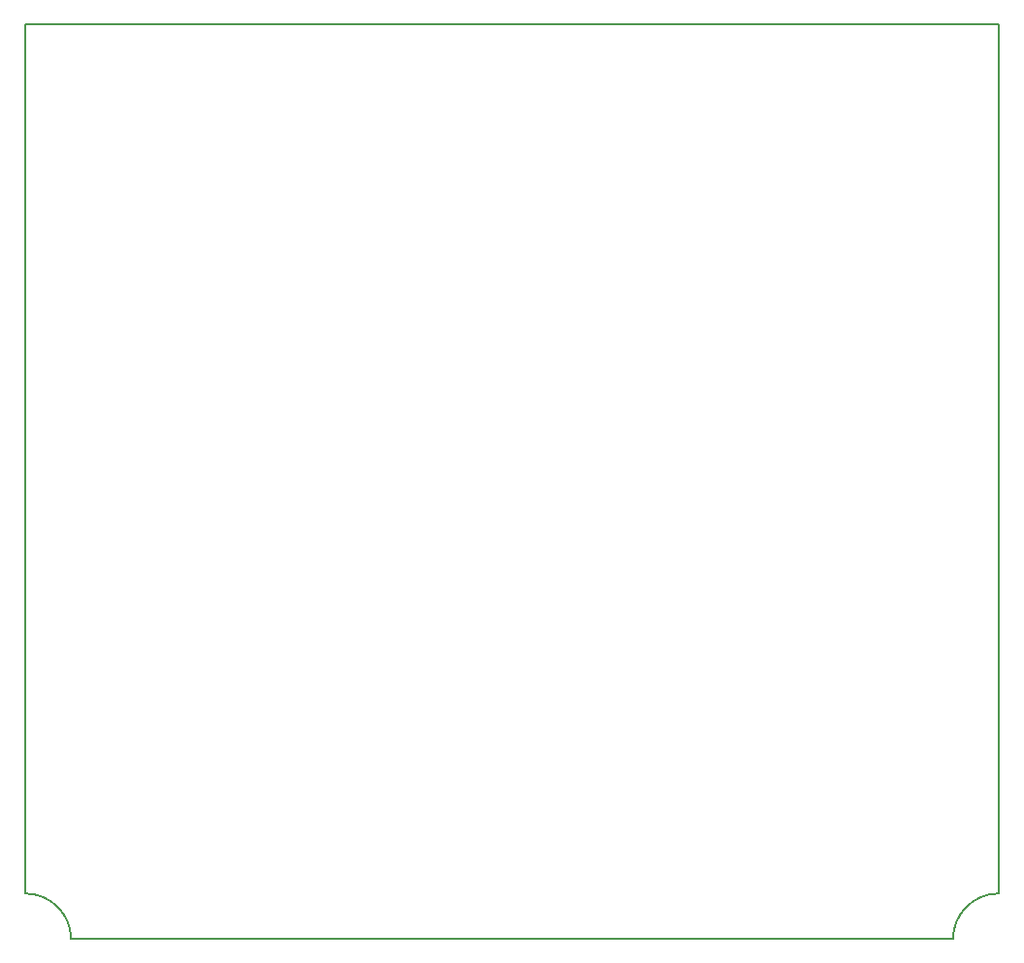
<source format=gbr>
G04 (created by PCBNEW (2013-jul-07)-stable) date So 13 Dez 2015 15:06:15 CET*
%MOIN*%
G04 Gerber Fmt 3.4, Leading zero omitted, Abs format*
%FSLAX34Y34*%
G01*
G70*
G90*
G04 APERTURE LIST*
%ADD10C,0.00590551*%
G04 APERTURE END LIST*
G54D10*
X46456Y-51968D02*
X46456Y-50787D01*
X49212Y-53543D02*
X48031Y-53543D01*
X48031Y-53543D02*
G75*
G03X46456Y-51968I-1574J0D01*
G74*
G01*
X78346Y-53543D02*
X77165Y-53543D01*
X79921Y-50787D02*
X79921Y-51968D01*
X79921Y-51968D02*
G75*
G03X78346Y-53543I0J-1574D01*
G74*
G01*
X67125Y-22047D02*
X75000Y-22047D01*
X51377Y-22047D02*
X59251Y-22047D01*
X46456Y-50787D02*
X46456Y-22047D01*
X79921Y-22047D02*
X79921Y-50787D01*
X49212Y-53543D02*
X77165Y-53543D01*
X75000Y-22047D02*
X79921Y-22047D01*
X59251Y-22047D02*
X67125Y-22047D01*
X51377Y-22047D02*
X46456Y-22047D01*
M02*

</source>
